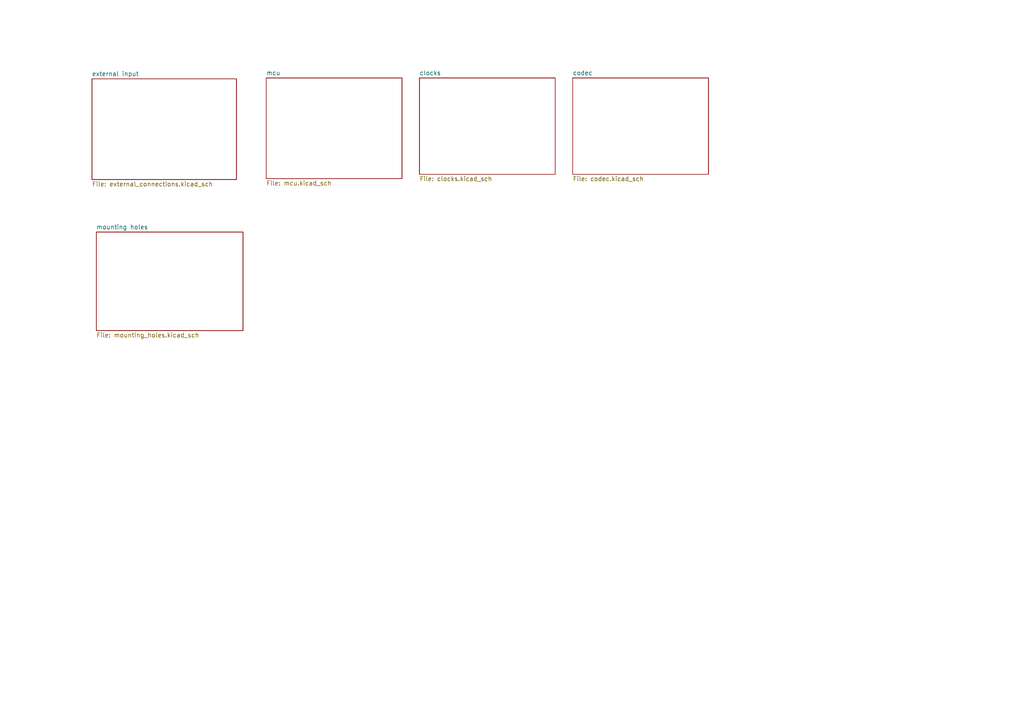
<source format=kicad_sch>
(kicad_sch (version 20230121) (generator eeschema)
  (paper "A4")
  (title_block (date "2023-12-26") (rev "v0.1"))
  (lib_symbols)
  (sheet (at 26.67 22.86) (size 41.91 29.21) (stroke (width 0.1524))
    (property "Sheetname" "external input" (at 26.67 22.1484 0) (effects (justify left bottom)))
    (property "Sheetfile" "external_connections.kicad_sch" (at 26.67 52.6546 0) (effects (justify left top)))
  )
  (sheet (at 121.666 22.606) (size 39.37 27.94) (stroke (width 0.1524))
    (property "Sheetname" "clocks" (at 121.666 21.8944 0) (effects (justify left bottom)))
    (property "Sheetfile" "clocks.kicad_sch" (at 121.666 51.1306 0) (effects (justify left top)))
  )
  (sheet (at 77.216 22.606) (size 39.37 29.21) (stroke (width 0.1524))
    (property "Sheetname" "mcu" (at 77.216 21.8944 0) (effects (justify left bottom)))
    (property "Sheetfile" "mcu.kicad_sch" (at 77.216 52.4006 0) (effects (justify left top)))
  )
  (sheet (at 27.94 67.31) (size 42.545 28.575) (stroke (width 0.1524))
    (property "Sheetname" "mounting holes" (at 27.94 66.5984 0) (effects (justify left bottom)))
    (property "Sheetfile" "mounting_holes.kicad_sch" (at 27.94 96.4696 0) (effects (justify left top)))
  )
  (sheet (at 166.116 22.606) (size 39.37 27.94) (stroke (width 0.1524))
    (property "Sheetname" "codec" (at 166.116 21.8944 0) (effects (justify left bottom)))
    (property "Sheetfile" "codec.kicad_sch" (at 166.116 51.1306 0) (effects (justify left top)))
  )
)
</source>
